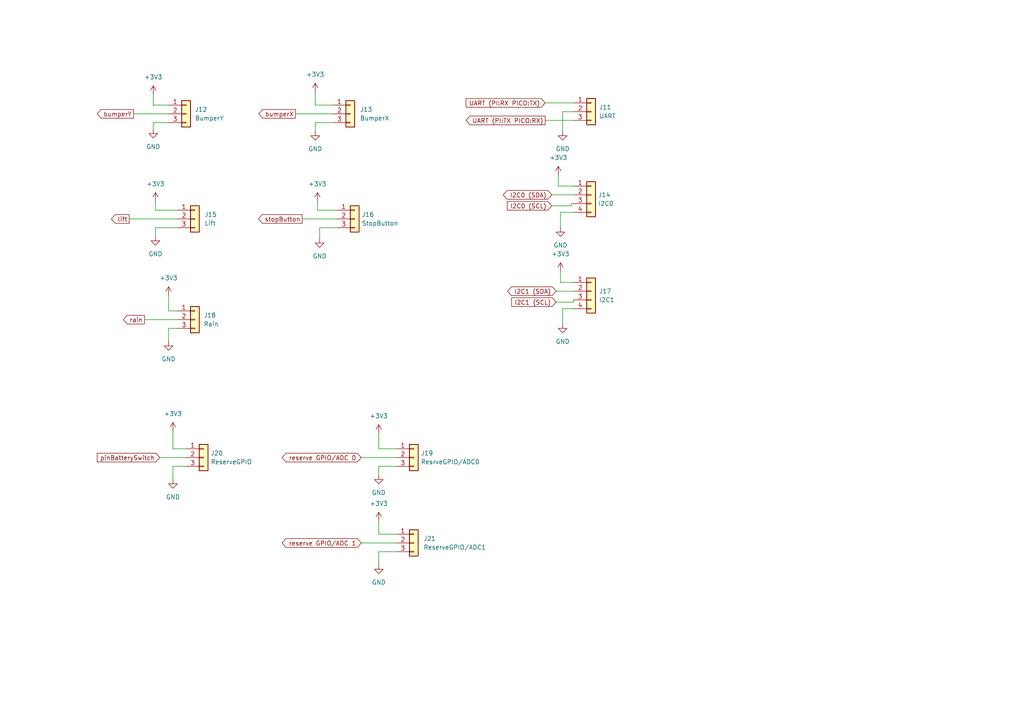
<source format=kicad_sch>
(kicad_sch (version 20211123) (generator eeschema)
  (paper "A4")
  (title_block (title "Landrumower sensor and interface connections") (rev "1.0"))
  (lib_symbols
    (symbol "Connector_Generic:Conn_01x03" (pin_names (offset 1.016) hide)
      (property "Reference" "J" (at 0 5.08 0))
      (property "Value" "Conn_01x03" (at 0 -5.08 0))
      (symbol "Conn_01x03_1_1"
        (rectangle (start -1.27 -2.413) (end 0 -2.667) (stroke (width 0.1524)))
        (rectangle (start -1.27 0.127) (end 0 -0.127) (stroke (width 0.1524)))
        (rectangle (start -1.27 2.667) (end 0 2.413) (stroke (width 0.1524)))
        (rectangle (start -1.27 3.81) (end 1.27 -3.81) (stroke (width 0.254)) (fill (type background)))
        (pin passive line (at -5.08 2.54 0) (length 3.81) (name "Pin_1") (number "1"))
        (pin passive line (at -5.08 0 0) (length 3.81) (name "Pin_2") (number "2"))
        (pin passive line (at -5.08 -2.54 0) (length 3.81) (name "Pin_3") (number "3"))
      )
    )
    (symbol "Connector_Generic:Conn_01x04" (pin_names (offset 1.016) hide)
      (property "Reference" "J" (at 0 5.08 0))
      (property "Value" "Conn_01x04" (at 0 -7.62 0))
      (symbol "Conn_01x04_1_1"
        (rectangle (start -1.27 -4.953) (end 0 -5.207) (stroke (width 0.1524)))
        (rectangle (start -1.27 -2.413) (end 0 -2.667) (stroke (width 0.1524)))
        (rectangle (start -1.27 0.127) (end 0 -0.127) (stroke (width 0.1524)))
        (rectangle (start -1.27 2.667) (end 0 2.413) (stroke (width 0.1524)))
        (rectangle (start -1.27 3.81) (end 1.27 -6.35) (stroke (width 0.254)) (fill (type background)))
        (pin passive line (at -5.08 2.54 0) (length 3.81) (name "Pin_1") (number "1"))
        (pin passive line (at -5.08 0 0) (length 3.81) (name "Pin_2") (number "2"))
        (pin passive line (at -5.08 -2.54 0) (length 3.81) (name "Pin_3") (number "3"))
        (pin passive line (at -5.08 -5.08 0) (length 3.81) (name "Pin_4") (number "4"))
      )
    )
    (symbol "power:+3V3" (power) (pin_names (offset 0))
      (property "Value" "+3V3" (at 0 3.556 0))
      (symbol "+3V3_0_1"
        (polyline (pts (xy -0.762 1.27) (xy 0 2.54)))
        (polyline (pts (xy 0 0) (xy 0 2.54)))
        (polyline (pts (xy 0 2.54) (xy 0.762 1.27)))
      )
      (symbol "+3V3_1_1"
        (pin power_in line (at 0 0 90) (length 0) hide (name "+3V3") (number "1"))
      )
    )
    (symbol "power:GND" (power) (pin_names (offset 0))
      (property "Value" "GND" (at 0 -3.81 0))
      (symbol "GND_0_1"
        (polyline (pts (xy 0 0) (xy 0 -1.27) (xy 1.27 -1.27) (xy 0 -2.54) (xy -1.27 -1.27) (xy 0 -1.27)))
      )
      (symbol "GND_1_1"
        (pin power_in line (at 0 0 270) (length 0) hide (name "GND") (number "1"))
      )
    )
  )
  (wire (pts (xy 91.44 30.48) (xy 91.44 26.67)))
  (wire (pts (xy 158.115 34.925) (xy 166.37 34.925)))
  (wire (pts (xy 37.465 63.5) (xy 51.435 63.5)))
  (wire (pts (xy 92.71 66.04) (xy 97.79 66.04)))
  (wire (pts (xy 45.085 68.58) (xy 45.085 66.04)))
  (wire (pts (xy 109.855 151.13) (xy 109.855 154.94)))
  (wire (pts (xy 48.895 95.25) (xy 51.435 95.25)))
  (wire (pts (xy 160.02 56.515) (xy 166.37 56.515)))
  (wire (pts (xy 48.895 90.17) (xy 51.435 90.17)))
  (wire (pts (xy 92.075 60.96) (xy 97.79 60.96)))
  (wire (pts (xy 166.37 81.915) (xy 162.56 81.915)))
  (wire (pts (xy 163.195 93.98) (xy 163.195 89.535)))
  (wire (pts (xy 161.925 53.975) (xy 166.37 53.975)))
  (wire (pts (xy 48.895 99.06) (xy 48.895 95.25)))
  (wire (pts (xy 162.56 61.595) (xy 162.56 66.04)))
  (wire (pts (xy 92.075 58.42) (xy 92.075 60.96)))
  (wire (pts (xy 161.29 87.63) (xy 166.37 87.63)))
  (wire (pts (xy 38.735 33.02) (xy 48.895 33.02)))
  (wire (pts (xy 45.085 66.04) (xy 51.435 66.04)))
  (wire (pts (xy 96.52 30.48) (xy 91.44 30.48)))
  (wire (pts (xy 91.44 35.56) (xy 91.44 38.1)))
  (wire (pts (xy 109.855 137.795) (xy 109.855 135.255)))
  (wire (pts (xy 44.45 27.432) (xy 44.45 30.48)))
  (wire (pts (xy 85.725 33.02) (xy 96.52 33.02)))
  (wire (pts (xy 163.195 32.385) (xy 163.195 38.1)))
  (wire (pts (xy 166.37 87.63) (xy 166.37 86.995)))
  (wire (pts (xy 166.37 32.385) (xy 163.195 32.385)))
  (wire (pts (xy 50.165 135.255) (xy 53.975 135.255)))
  (wire (pts (xy 161.29 84.455) (xy 166.37 84.455)))
  (wire (pts (xy 160.02 59.69) (xy 165.735 59.69)))
  (wire (pts (xy 92.71 69.215) (xy 92.71 66.04)))
  (wire (pts (xy 109.855 163.83) (xy 109.855 160.02)))
  (wire (pts (xy 87.63 63.5) (xy 97.79 63.5)))
  (wire (pts (xy 158.115 29.845) (xy 166.37 29.845)))
  (wire (pts (xy 161.925 50.8) (xy 161.925 53.975)))
  (wire (pts (xy 165.735 59.69) (xy 165.735 59.055)))
  (wire (pts (xy 50.165 139.065) (xy 50.165 135.255)))
  (wire (pts (xy 45.085 60.96) (xy 51.435 60.96)))
  (wire (pts (xy 166.37 61.595) (xy 162.56 61.595)))
  (wire (pts (xy 165.735 59.055) (xy 166.37 59.055)))
  (wire (pts (xy 50.165 130.175) (xy 53.975 130.175)))
  (wire (pts (xy 45.085 58.42) (xy 45.085 60.96)))
  (wire (pts (xy 109.855 160.02) (xy 114.935 160.02)))
  (wire (pts (xy 162.56 81.915) (xy 162.56 78.74)))
  (wire (pts (xy 109.855 135.255) (xy 114.935 135.255)))
  (wire (pts (xy 50.165 125.095) (xy 50.165 130.175)))
  (wire (pts (xy 109.855 130.175) (xy 114.935 130.175)))
  (wire (pts (xy 104.775 132.715) (xy 114.935 132.715)))
  (wire (pts (xy 48.895 85.725) (xy 48.895 90.17)))
  (wire (pts (xy 104.775 157.48) (xy 114.935 157.48)))
  (wire (pts (xy 96.52 35.56) (xy 91.44 35.56)))
  (wire (pts (xy 109.855 125.73) (xy 109.855 130.175)))
  (wire (pts (xy 44.45 35.56) (xy 48.895 35.56)))
  (wire (pts (xy 46.355 132.715) (xy 53.975 132.715)))
  (wire (pts (xy 44.45 30.48) (xy 48.895 30.48)))
  (wire (pts (xy 44.45 37.465) (xy 44.45 35.56)))
  (wire (pts (xy 109.855 154.94) (xy 114.935 154.94)))
  (wire (pts (xy 163.195 89.535) (xy 166.37 89.535)))
  (wire (pts (xy 41.91 92.71) (xy 51.435 92.71)))
  (global_label "UART (PI:TX PICO:RX)" (shape output) (at 158.115 34.925 180) (property "Intersheet References" "${INTERSHEET_REFS}" (effects hide)))
  (global_label "I2C0 (SDA)" (shape bidirectional) (at 160.02 56.515 180) (property "Intersheet References" "${INTERSHEET_REFS}" (effects hide)))
  (global_label "rain" (shape output) (at 41.91 92.71 180) (property "Intersheet References" "${INTERSHEET_REFS}" (effects hide)))
  (global_label "reserve GPIO{slash}ADC 0" (shape bidirectional) (at 104.775 132.715 180) (property "Intersheet References" "${INTERSHEET_REFS}" (effects hide)))
  (global_label "I2C1 (SCL)" (shape input) (at 161.29 87.63 180) (property "Intersheet References" "${INTERSHEET_REFS}" (effects hide)))
  (global_label "UART (PI:RX PICO:TX)" (shape input) (at 158.115 29.845 180) (property "Intersheet References" "${INTERSHEET_REFS}" (effects hide)))
  (global_label "I2C1 (SDA)" (shape bidirectional) (at 161.29 84.455 180) (property "Intersheet References" "${INTERSHEET_REFS}" (effects hide)))
  (global_label "bumperY" (shape output) (at 38.735 33.02 180) (property "Intersheet References" "${INTERSHEET_REFS}" (effects hide)))
  (global_label "lift" (shape output) (at 37.465 63.5 180) (property "Intersheet References" "${INTERSHEET_REFS}" (effects hide)))
  (global_label "bumperX" (shape output) (at 85.725 33.02 180) (property "Intersheet References" "${INTERSHEET_REFS}" (effects hide)))
  (global_label "stopButton" (shape output) (at 87.63 63.5 180) (property "Intersheet References" "${INTERSHEET_REFS}" (effects hide)))
  (global_label "I2C0 (SCL)" (shape input) (at 160.02 59.69 180) (property "Intersheet References" "${INTERSHEET_REFS}" (effects hide)))
  (global_label "pinBatterySwitch" (shape input) (at 46.355 132.715 180) (property "Intersheet References" "${INTERSHEET_REFS}" (effects hide)))
  (global_label "reserve GPIO{slash}ADC 1" (shape bidirectional) (at 104.775 157.48 180) (property "Intersheet References" "${INTERSHEET_REFS}" (effects hide)))
  (symbol (lib_id "power:GND") (at 92.71 69.215 0) (unit 1)
    (property "Reference" "#PWR0141" (effects hide))
    (property "Value" "GND" (at 92.71 74.295 0))
  )
  (symbol (lib_id "Connector_Generic:Conn_01x03") (at 56.515 63.5 0) (unit 1)
    (property "Reference" "J15" (at 59.309 62.2299 0) (effects (justify left)))
    (property "Value" "Lift" (at 59.309 64.7699 0) (effects (justify left)))
    (property "Footprint" "Connector_JST:JST_EH_B3B-EH-A_1x03_P2.50mm_Vertical" (effects hide))
  )
  (symbol (lib_id "Connector_Generic:Conn_01x04") (at 171.45 84.455 0) (unit 1)
    (property "Reference" "J17" (at 173.736 84.4549 0) (effects (justify left)))
    (property "Value" "I2C1" (at 173.736 86.9949 0) (effects (justify left)))
    (property "Footprint" "Connector_JST:JST_EH_B4B-EH-A_1x04_P2.50mm_Vertical" (effects hide))
  )
  (symbol (lib_id "power:+3V3") (at 91.44 26.67 0) (unit 1)
    (property "Reference" "#PWR0135" (effects hide))
    (property "Value" "+3V3" (at 91.44 21.59 0))
  )
  (symbol (lib_id "Connector_Generic:Conn_01x03") (at 59.055 132.715 0) (unit 1)
    (property "Reference" "J20" (at 61.087 131.4449 0) (effects (justify left)))
    (property "Value" "ReserveGPIO" (at 61.087 133.9849 0) (effects (justify left)))
    (property "Footprint" "Connector_JST:JST_EH_B3B-EH-A_1x03_P2.50mm_Vertical" (effects hide))
  )
  (symbol (lib_id "power:+3V3") (at 162.56 78.74 0) (unit 1)
    (property "Reference" "#PWR0132" (effects hide))
    (property "Value" "+3V3" (at 162.56 73.66 0))
  )
  (symbol (lib_id "power:GND") (at 162.56 66.04 0) (unit 1)
    (property "Reference" "#PWR0131" (effects hide))
    (property "Value" "GND" (at 162.56 71.12 0))
  )
  (symbol (lib_id "power:+3V3") (at 161.925 50.8 0) (unit 1)
    (property "Reference" "#PWR0134" (effects hide))
    (property "Value" "+3V3" (at 161.925 45.72 0))
  )
  (symbol (lib_id "power:GND") (at 45.085 68.58 0) (unit 1)
    (property "Reference" "#PWR0139" (effects hide))
    (property "Value" "GND" (at 45.085 73.66 0))
  )
  (symbol (lib_id "power:+3V3") (at 48.895 85.725 0) (unit 1)
    (property "Reference" "#PWR0124" (effects hide))
    (property "Value" "+3V3" (at 48.895 80.645 0))
  )
  (symbol (lib_id "Connector_Generic:Conn_01x03") (at 171.45 32.385 0) (unit 1)
    (property "Reference" "J11" (at 173.736 31.1149 0) (effects (justify left)))
    (property "Value" "UART" (at 173.736 33.6549 0) (effects (justify left)))
    (property "Footprint" "Connector_JST:JST_EH_B3B-EH-A_1x03_P2.50mm_Vertical" (effects hide))
  )
  (symbol (lib_id "power:GND") (at 109.855 137.795 0) (unit 1)
    (property "Reference" "#PWR0126" (effects hide))
    (property "Value" "GND" (at 109.855 142.875 0))
  )
  (symbol (lib_id "Connector_Generic:Conn_01x04") (at 171.45 56.515 0) (unit 1)
    (property "Reference" "J14" (at 173.482 56.5149 0) (effects (justify left)))
    (property "Value" "I2C0" (at 173.482 59.0549 0) (effects (justify left)))
    (property "Footprint" "Connector_JST:JST_EH_B4B-EH-A_1x04_P2.50mm_Vertical" (effects hide))
  )
  (symbol (lib_id "power:+3V3") (at 44.45 27.432 0) (unit 1)
    (property "Reference" "#PWR0138" (effects hide))
    (property "Value" "+3V3" (at 44.45 22.352 0))
  )
  (symbol (lib_id "power:+3V3") (at 109.855 125.73 0) (unit 1)
    (property "Reference" "#PWR0125" (effects hide))
    (property "Value" "+3V3" (at 109.855 120.65 0))
  )
  (symbol (lib_id "Connector_Generic:Conn_01x03") (at 120.015 157.48 0) (unit 1)
    (property "Reference" "J21" (at 122.809 156.2099 0) (effects (justify left)))
    (property "Value" "ReserveGPIO/ADC1" (at 122.809 158.7499 0) (effects (justify left)))
    (property "Footprint" "Connector_JST:JST_EH_B3B-EH-A_1x03_P2.50mm_Vertical" (effects hide))
  )
  (symbol (lib_id "power:+3V3") (at 50.165 125.095 0) (unit 1)
    (property "Reference" "#PWR0122" (effects hide))
    (property "Value" "+3V3" (at 50.165 120.015 0))
  )
  (symbol (lib_id "Connector_Generic:Conn_01x03") (at 56.515 92.71 0) (unit 1)
    (property "Reference" "J18" (at 59.055 91.4399 0) (effects (justify left)))
    (property "Value" "Rain" (at 59.055 93.9799 0) (effects (justify left)))
    (property "Footprint" "Connector_JST:JST_EH_B3B-EH-A_1x03_P2.50mm_Vertical" (effects hide))
  )
  (symbol (lib_id "power:GND") (at 44.45 37.465 0) (unit 1)
    (property "Reference" "#PWR0136" (effects hide))
    (property "Value" "GND" (at 44.45 42.545 0))
  )
  (symbol (lib_id "power:GND") (at 91.44 38.1 0) (unit 1)
    (property "Reference" "#PWR0140" (effects hide))
    (property "Value" "GND" (at 91.44 43.18 0))
  )
  (symbol (lib_id "power:GND") (at 48.895 99.06 0) (unit 1)
    (property "Reference" "#PWR0123" (effects hide))
    (property "Value" "GND" (at 48.895 104.14 0))
  )
  (symbol (lib_id "power:+3V3") (at 92.075 58.42 0) (unit 1)
    (property "Reference" "#PWR0142" (effects hide))
    (property "Value" "+3V3" (at 92.075 53.34 0))
  )
  (symbol (lib_id "power:+3V3") (at 109.855 151.13 0) (unit 1)
    (property "Reference" "#PWR0128" (effects hide))
    (property "Value" "+3V3" (at 109.855 146.05 0))
  )
  (symbol (lib_id "Connector_Generic:Conn_01x03") (at 120.015 132.715 0) (unit 1)
    (property "Reference" "J19" (at 122.047 131.4449 0) (effects (justify left)))
    (property "Value" "ResrveGPIO/ADC0" (at 122.047 133.9849 0) (effects (justify left)))
    (property "Footprint" "Connector_JST:JST_EH_B3B-EH-A_1x03_P2.50mm_Vertical" (effects hide))
  )
  (symbol (lib_id "power:GND") (at 109.855 163.83 0) (unit 1)
    (property "Reference" "#PWR0129" (effects hide))
    (property "Value" "GND" (at 109.855 168.91 0))
  )
  (symbol (lib_id "power:+3V3") (at 45.085 58.42 0) (unit 1)
    (property "Reference" "#PWR0137" (effects hide))
    (property "Value" "+3V3" (at 45.085 53.34 0))
  )
  (symbol (lib_id "Connector_Generic:Conn_01x03") (at 102.87 63.5 0) (unit 1)
    (property "Reference" "J16" (at 104.902 62.2299 0) (effects (justify left)))
    (property "Value" "StopButton" (at 104.902 64.7699 0) (effects (justify left)))
    (property "Footprint" "Connector_JST:JST_EH_B3B-EH-A_1x03_P2.50mm_Vertical" (effects hide))
  )
  (symbol (lib_id "Connector_Generic:Conn_01x03") (at 53.975 33.02 0) (unit 1)
    (property "Reference" "J12" (at 56.515 31.7499 0) (effects (justify left)))
    (property "Value" "BumperY" (at 56.515 34.2899 0) (effects (justify left)))
    (property "Footprint" "Connector_JST:JST_EH_B3B-EH-A_1x03_P2.50mm_Vertical" (effects hide))
  )
  (symbol (lib_id "Connector_Generic:Conn_01x03") (at 101.6 33.02 0) (unit 1)
    (property "Reference" "J13" (at 104.394 31.7499 0) (effects (justify left)))
    (property "Value" "BumperX" (at 104.394 34.2899 0) (effects (justify left)))
    (property "Footprint" "Connector_JST:JST_EH_B3B-EH-A_1x03_P2.50mm_Vertical" (effects hide))
  )
  (symbol (lib_id "power:GND") (at 163.195 93.98 0) (unit 1)
    (property "Reference" "#PWR0130" (effects hide))
    (property "Value" "GND" (at 163.195 99.06 0))
  )
  (symbol (lib_id "power:GND") (at 163.195 38.1 0) (unit 1)
    (property "Reference" "#PWR0133" (effects hide))
    (property "Value" "GND" (at 163.195 43.18 0))
  )
  (symbol (lib_id "power:GND") (at 50.165 139.065 0) (unit 1)
    (property "Reference" "#PWR0127" (effects hide))
    (property "Value" "GND" (at 50.165 144.145 0))
  )
)
</source>
